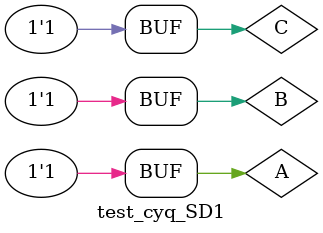
<source format=v>
`timescale 1ns/1ns

module test_cyq_SD1;
    
    reg A,B,C;
    wire Y;
    
    initial
        begin
            {A,B,C}=3'b000;
            #20 {A,B,C}=3'b001;
            #20 {A,B,C}=3'b010;
            #20 {A,B,C}=3'b011;
            #20 {A,B,C}=3'b100;
            #20 {A,B,C}=3'b101;
            #20 {A,B,C}=3'b110;
            #20 {A,B,C}=3'b111;
        end

    cyq_SD1 u0(.A(A),.B(B),.C(C),.Y(Y));

endmodule


</source>
